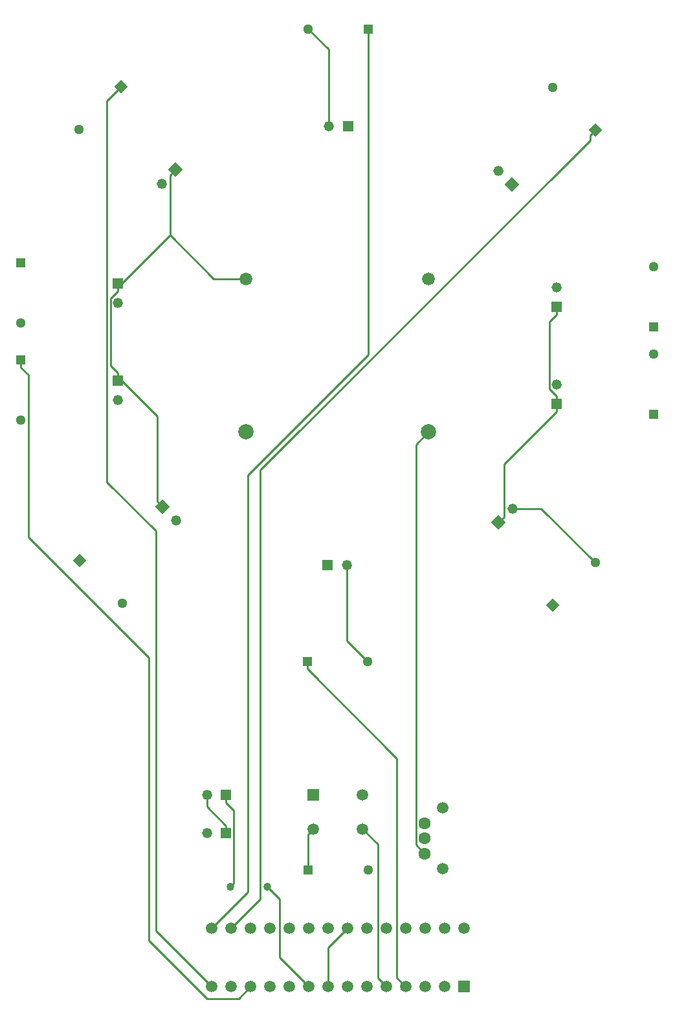
<source format=gbr>
%TF.GenerationSoftware,KiCad,Pcbnew,7.0.8*%
%TF.CreationDate,2023-11-22T10:02:54+01:00*%
%TF.ProjectId,ATMegaSpin,41544d65-6761-4537-9069-6e2e6b696361,2*%
%TF.SameCoordinates,Original*%
%TF.FileFunction,Copper,L1,Top*%
%TF.FilePolarity,Positive*%
%FSLAX46Y46*%
G04 Gerber Fmt 4.6, Leading zero omitted, Abs format (unit mm)*
G04 Created by KiCad (PCBNEW 7.0.8) date 2023-11-22 10:02:54*
%MOMM*%
%LPD*%
G01*
G04 APERTURE LIST*
G04 Aperture macros list*
%AMRotRect*
0 Rectangle, with rotation*
0 The origin of the aperture is its center*
0 $1 length*
0 $2 width*
0 $3 Rotation angle, in degrees counterclockwise*
0 Add horizontal line*
21,1,$1,$2,0,0,$3*%
G04 Aperture macros list end*
%TA.AperFunction,ComponentPad*%
%ADD10RotRect,1.295400X1.295400X225.000000*%
%TD*%
%TA.AperFunction,ComponentPad*%
%ADD11C,1.295400*%
%TD*%
%TA.AperFunction,ComponentPad*%
%ADD12R,1.295400X1.295400*%
%TD*%
%TA.AperFunction,ComponentPad*%
%ADD13RotRect,1.320800X1.320800X315.000000*%
%TD*%
%TA.AperFunction,ComponentPad*%
%ADD14C,1.320800*%
%TD*%
%TA.AperFunction,ComponentPad*%
%ADD15R,1.320800X1.320800*%
%TD*%
%TA.AperFunction,ComponentPad*%
%ADD16R,1.508000X1.508000*%
%TD*%
%TA.AperFunction,ComponentPad*%
%ADD17C,1.508000*%
%TD*%
%TA.AperFunction,ComponentPad*%
%ADD18RotRect,1.320800X1.320800X135.000000*%
%TD*%
%TA.AperFunction,ComponentPad*%
%ADD19RotRect,1.295400X1.295400X315.000000*%
%TD*%
%TA.AperFunction,ComponentPad*%
%ADD20RotRect,1.320800X1.320800X45.000000*%
%TD*%
%TA.AperFunction,ComponentPad*%
%ADD21RotRect,1.320800X1.320800X225.000000*%
%TD*%
%TA.AperFunction,ComponentPad*%
%ADD22C,1.600200*%
%TD*%
%TA.AperFunction,ComponentPad*%
%ADD23C,1.498600*%
%TD*%
%TA.AperFunction,ComponentPad*%
%ADD24RotRect,1.295400X1.295400X45.000000*%
%TD*%
%TA.AperFunction,ComponentPad*%
%ADD25RotRect,1.295400X1.295400X135.000000*%
%TD*%
%TA.AperFunction,ComponentPad*%
%ADD26C,1.676400*%
%TD*%
%TA.AperFunction,ComponentPad*%
%ADD27C,2.006600*%
%TD*%
%TA.AperFunction,ComponentPad*%
%ADD28C,1.030000*%
%TD*%
%TA.AperFunction,Conductor*%
%ADD29C,0.250000*%
%TD*%
G04 APERTURE END LIST*
D10*
%TO.P,R5,1*%
%TO.N,Net-(R5-Pad1)*%
X120832600Y-46936800D03*
D11*
%TO.P,R5,2*%
%TO.N,Net-(LED5-Pad2)*%
X115264841Y-52504559D03*
%TD*%
D12*
%TO.P,R11,1*%
%TO.N,Net-(R11-Pad1)*%
X145242000Y-149414900D03*
D11*
%TO.P,R11,2*%
%TO.N,GND*%
X153116000Y-149414900D03*
%TD*%
D13*
%TO.P,LED2,1*%
%TO.N,GND*%
X126248900Y-101862800D03*
D14*
%TO.P,LED2,2*%
%TO.N,Net-(LED2-Pad2)*%
X128044951Y-103658851D03*
%TD*%
D12*
%TO.P,R8,1*%
%TO.N,Net-(R8-Pad1)*%
X190529000Y-78385900D03*
D11*
%TO.P,R8,2*%
%TO.N,Net-(LED8-Pad2)*%
X190529000Y-70511900D03*
%TD*%
D15*
%TO.P,LED9,1*%
%TO.N,GND*%
X177829000Y-88418900D03*
D14*
%TO.P,LED9,2*%
%TO.N,Net-(LED9-Pad2)*%
X177829000Y-85878900D03*
%TD*%
D12*
%TO.P,R6,1*%
%TO.N,Net-(R6-Pad1)*%
X153159300Y-39396900D03*
D11*
%TO.P,R6,2*%
%TO.N,Net-(LED6-Pad2)*%
X145285300Y-39396900D03*
%TD*%
D16*
%TO.P,S1,1*%
%TO.N,Net-(S1-Pad1)*%
X145929000Y-139544900D03*
D17*
%TO.P,S1,2*%
%TO.N,unconnected-(S1-Pad2)*%
X152429000Y-139544900D03*
%TO.P,S1,3*%
%TO.N,Net-(R11-Pad1)*%
X145929000Y-144044900D03*
%TO.P,S1,4*%
%TO.N,Net-(S1-Pad4)*%
X152429000Y-144044900D03*
%TD*%
D12*
%TO.P,R9,1*%
%TO.N,Net-(R9-Pad1)*%
X190529000Y-89815900D03*
D11*
%TO.P,R9,2*%
%TO.N,Net-(LED9-Pad2)*%
X190529000Y-81941900D03*
%TD*%
D12*
%TO.P,R1,1*%
%TO.N,Net-(R1-Pad1)*%
X145170000Y-122100900D03*
D11*
%TO.P,R1,2*%
%TO.N,Net-(LED1-Pad2)*%
X153044000Y-122100900D03*
%TD*%
D18*
%TO.P,LED7,1*%
%TO.N,GND*%
X171987000Y-59716900D03*
D14*
%TO.P,LED7,2*%
%TO.N,Net-(LED7-Pad2)*%
X170190949Y-57920849D03*
%TD*%
D12*
%TO.P,R3,1*%
%TO.N,Net-(R3-Pad1)*%
X107725000Y-82703900D03*
D11*
%TO.P,R3,2*%
%TO.N,Net-(LED3-Pad2)*%
X107725000Y-90577900D03*
%TD*%
D19*
%TO.P,R2,1*%
%TO.N,Net-(R2-Pad1)*%
X115382800Y-108957300D03*
D11*
%TO.P,R2,2*%
%TO.N,Net-(LED2-Pad2)*%
X120950559Y-114525059D03*
%TD*%
D20*
%TO.P,LED10,1*%
%TO.N,GND*%
X170209000Y-103912900D03*
D14*
%TO.P,LED10,2*%
%TO.N,Net-(LED10-Pad2)*%
X172005051Y-102116849D03*
%TD*%
D15*
%TO.P,LED3,1*%
%TO.N,GND*%
X120425000Y-85370900D03*
D14*
%TO.P,LED3,2*%
%TO.N,Net-(LED3-Pad2)*%
X120425000Y-87910900D03*
%TD*%
D12*
%TO.P,R4,1*%
%TO.N,Net-(R4-Pad1)*%
X107725000Y-70003900D03*
D11*
%TO.P,R4,2*%
%TO.N,Net-(LED4-Pad2)*%
X107725000Y-77877900D03*
%TD*%
D21*
%TO.P,LED5,1*%
%TO.N,GND*%
X127927000Y-57802900D03*
D14*
%TO.P,LED5,2*%
%TO.N,Net-(LED5-Pad2)*%
X126130949Y-59598951D03*
%TD*%
D15*
%TO.P,LED1,1*%
%TO.N,GND*%
X147857000Y-109500900D03*
D14*
%TO.P,LED1,2*%
%TO.N,Net-(LED1-Pad2)*%
X150397000Y-109500900D03*
%TD*%
D15*
%TO.P,LED8,1*%
%TO.N,GND*%
X177829000Y-75718900D03*
D14*
%TO.P,LED8,2*%
%TO.N,Net-(LED8-Pad2)*%
X177829000Y-73178900D03*
%TD*%
D22*
%TO.P,SW1,1,1*%
%TO.N,Net-(B1-Pad2)*%
X160528000Y-147256001D03*
%TO.P,SW1,2,2*%
%TO.N,Net-(S1-Pad1)*%
X160528000Y-145256000D03*
%TO.P,SW1,3,3*%
%TO.N,GND*%
X160528000Y-143255999D03*
D23*
%TO.P,SW1,4*%
%TO.N,N/C*%
X162928000Y-149256000D03*
%TO.P,SW1,5*%
X162928000Y-141256000D03*
%TD*%
D24*
%TO.P,R10,1*%
%TO.N,Net-(R10-Pad1)*%
X177303400Y-114779000D03*
D11*
%TO.P,R10,2*%
%TO.N,Net-(LED10-Pad2)*%
X182871159Y-109211241D03*
%TD*%
D25*
%TO.P,R7,1*%
%TO.N,Net-(R7-Pad1)*%
X182853100Y-52622500D03*
D11*
%TO.P,R7,2*%
%TO.N,Net-(LED7-Pad2)*%
X177285341Y-47054741D03*
%TD*%
D15*
%TO.P,LED4,1*%
%TO.N,GND*%
X120425000Y-72670900D03*
D14*
%TO.P,LED4,2*%
%TO.N,Net-(LED4-Pad2)*%
X120425000Y-75210900D03*
%TD*%
D15*
%TO.P,LED6,1*%
%TO.N,GND*%
X150492300Y-52096900D03*
D14*
%TO.P,LED6,2*%
%TO.N,Net-(LED6-Pad2)*%
X147952300Y-52096900D03*
%TD*%
D26*
%TO.P,B1,1*%
%TO.N,Net-(B1-Pad1)*%
X161065000Y-72067900D03*
D27*
%TO.P,B1,2*%
%TO.N,Net-(B1-Pad2)*%
X161065000Y-92057700D03*
%TD*%
D28*
%TO.P,Y1,1*%
%TO.N,Net-(C2-Pad2)*%
X139967000Y-151598900D03*
%TO.P,Y1,2*%
%TO.N,Net-(C1-Pad1)*%
X135087000Y-151598900D03*
%TD*%
D16*
%TO.P,X1,1,1*%
%TO.N,unconnected-(X1-Pad1)*%
X165689000Y-164654900D03*
D17*
%TO.P,X1,2,2*%
%TO.N,unconnected-(X1-Pad2)*%
X163149000Y-164654900D03*
%TO.P,X1,3,3*%
%TO.N,unconnected-(X1-Pad3)*%
X160609000Y-164654900D03*
%TO.P,X1,4,4*%
%TO.N,Net-(R1-Pad1)*%
X158069000Y-164654900D03*
%TO.P,X1,5,5*%
%TO.N,Net-(S1-Pad4)*%
X155529000Y-164654900D03*
%TO.P,X1,6,6*%
%TO.N,Net-(R2-Pad1)*%
X152989000Y-164654900D03*
%TO.P,X1,7,7*%
%TO.N,Net-(S1-Pad1)*%
X150449000Y-164654900D03*
%TO.P,X1,8,8*%
%TO.N,GND*%
X147909000Y-164654900D03*
%TO.P,X1,9,9*%
%TO.N,Net-(C2-Pad2)*%
X145369000Y-164654900D03*
%TO.P,X1,10,10*%
%TO.N,Net-(C1-Pad1)*%
X142829000Y-164654900D03*
%TO.P,X1,11,11*%
%TO.N,unconnected-(X1-Pad11)*%
X140289000Y-164654900D03*
%TO.P,X1,12,12*%
%TO.N,Net-(R3-Pad1)*%
X137749000Y-164654900D03*
%TO.P,X1,13,13*%
%TO.N,Net-(R4-Pad1)*%
X135209000Y-164654900D03*
%TO.P,X1,14,14*%
%TO.N,Net-(R5-Pad1)*%
X132669000Y-164654900D03*
%TO.P,X1,15,15*%
%TO.N,Net-(R6-Pad1)*%
X132669000Y-157034900D03*
%TO.P,X1,16,16*%
%TO.N,Net-(R7-Pad1)*%
X135209000Y-157034900D03*
%TO.P,X1,17,17*%
%TO.N,Net-(R8-Pad1)*%
X137749000Y-157034900D03*
%TO.P,X1,18,18*%
%TO.N,Net-(R9-Pad1)*%
X140289000Y-157034900D03*
%TO.P,X1,19,19*%
%TO.N,Net-(R10-Pad1)*%
X142829000Y-157034900D03*
%TO.P,X1,20,20*%
%TO.N,unconnected-(X1-Pad20)*%
X145369000Y-157034900D03*
%TO.P,X1,21,21*%
%TO.N,unconnected-(X1-Pad21)*%
X147909000Y-157034900D03*
%TO.P,X1,22,22*%
%TO.N,GND*%
X150449000Y-157034900D03*
%TO.P,X1,23,23*%
%TO.N,unconnected-(X1-Pad23)*%
X152989000Y-157034900D03*
%TO.P,X1,24,24*%
%TO.N,unconnected-(X1-Pad24)*%
X155529000Y-157034900D03*
%TO.P,X1,25,25*%
%TO.N,unconnected-(X1-Pad25)*%
X158069000Y-157034900D03*
%TO.P,X1,26,26*%
%TO.N,unconnected-(X1-Pad26)*%
X160609000Y-157034900D03*
%TO.P,X1,27,27*%
%TO.N,unconnected-(X1-Pad27)*%
X163149000Y-157034900D03*
%TO.P,X1,28,28*%
%TO.N,unconnected-(X1-Pad28)*%
X165689000Y-157034900D03*
%TD*%
D15*
%TO.P,C1,1*%
%TO.N,Net-(C1-Pad1)*%
X134527000Y-139598900D03*
D14*
%TO.P,C1,2*%
%TO.N,GND*%
X132027000Y-139598900D03*
%TD*%
D15*
%TO.P,C2,1*%
%TO.N,GND*%
X134527000Y-144598900D03*
D14*
%TO.P,C2,2*%
%TO.N,Net-(C2-Pad2)*%
X132027000Y-144598900D03*
%TD*%
D26*
%TO.P,B2,1*%
%TO.N,GND*%
X137189000Y-72067900D03*
D27*
%TO.P,B2,2*%
%TO.N,Net-(B1-Pad1)*%
X137189000Y-92057700D03*
%TD*%
D29*
%TO.N,Net-(C2-Pad2)*%
X141559000Y-153190900D02*
X139967000Y-151598900D01*
X141559000Y-160844900D02*
X141559000Y-153190900D01*
X145369000Y-164654900D02*
X141559000Y-160844900D01*
%TO.N,Net-(C1-Pad1)*%
X135514300Y-151171600D02*
X135087000Y-151598900D01*
X135514300Y-141573500D02*
X135514300Y-151171600D01*
X134527000Y-140586200D02*
X135514300Y-141573500D01*
X134527000Y-139598900D02*
X134527000Y-140586200D01*
%TO.N,Net-(B1-Pad2)*%
X159384400Y-146112400D02*
X160528000Y-147256000D01*
X159384400Y-93738300D02*
X159384400Y-146112400D01*
X161065000Y-92057700D02*
X159384400Y-93738300D01*
%TO.N,Net-(S1-Pad4)*%
X154388400Y-146004300D02*
X152429000Y-144044900D01*
X154388400Y-163514300D02*
X154388400Y-146004300D01*
X155529000Y-164654900D02*
X154388400Y-163514300D01*
%TO.N,Net-(R11-Pad1)*%
X145242000Y-144731900D02*
X145242000Y-149414900D01*
X145929000Y-144044900D02*
X145242000Y-144731900D01*
%TO.N,Net-(R7-Pad1)*%
X182164000Y-53311700D02*
X182164000Y-53311600D01*
X182164000Y-53950700D02*
X182164000Y-53311700D01*
X139012400Y-97102300D02*
X182164000Y-53950700D01*
X139012400Y-153231500D02*
X139012400Y-97102300D01*
X135209000Y-157034900D02*
X139012400Y-153231500D01*
X182853100Y-52622500D02*
X182164000Y-53311600D01*
%TO.N,Net-(R6-Pad1)*%
X137404000Y-152299900D02*
X132669000Y-157034900D01*
X137404000Y-97753300D02*
X137404000Y-152299900D01*
X153159300Y-81998000D02*
X137404000Y-97753300D01*
X153159300Y-39396900D02*
X153159300Y-81998000D01*
%TO.N,Net-(R5-Pad1)*%
X118983500Y-48785900D02*
X120832600Y-46936800D01*
X118983500Y-98678300D02*
X118983500Y-48785900D01*
X125365400Y-105060200D02*
X118983500Y-98678300D01*
X125365400Y-157351300D02*
X125365400Y-105060200D01*
X132669000Y-164654900D02*
X125365400Y-157351300D01*
%TO.N,Net-(R3-Pad1)*%
X108699600Y-84653100D02*
X107725000Y-83678500D01*
X108699600Y-105891500D02*
X108699600Y-84653100D01*
X124461600Y-121653500D02*
X108699600Y-105891500D01*
X124461600Y-158650700D02*
X124461600Y-121653500D01*
X132032700Y-166221800D02*
X124461600Y-158650700D01*
X136182100Y-166221800D02*
X132032700Y-166221800D01*
X137749000Y-164654900D02*
X136182100Y-166221800D01*
X107725000Y-82703900D02*
X107725000Y-83678500D01*
%TO.N,Net-(R1-Pad1)*%
X156916100Y-134821600D02*
X145170000Y-123075500D01*
X156916100Y-163502000D02*
X156916100Y-134821600D01*
X158069000Y-164654900D02*
X156916100Y-163502000D01*
X145170000Y-122100900D02*
X145170000Y-123075500D01*
%TO.N,Net-(LED10-Pad2)*%
X175776800Y-102116800D02*
X182871200Y-109211200D01*
X172005100Y-102116800D02*
X175776800Y-102116800D01*
%TO.N,Net-(LED6-Pad2)*%
X147952300Y-42063900D02*
X145285300Y-39396900D01*
X147952300Y-52096900D02*
X147952300Y-42063900D01*
%TO.N,Net-(LED1-Pad2)*%
X150397000Y-119453900D02*
X153044000Y-122100900D01*
X150397000Y-109500900D02*
X150397000Y-119453900D01*
%TO.N,GND*%
X134527000Y-144598900D02*
X134527000Y-143611600D01*
X147909000Y-159574900D02*
X150449000Y-157034900D01*
X147909000Y-164654900D02*
X147909000Y-159574900D01*
X119437700Y-83396300D02*
X120425000Y-84383600D01*
X119437700Y-74645500D02*
X119437700Y-83396300D01*
X120425000Y-73658200D02*
X119437700Y-74645500D01*
X132027000Y-141111600D02*
X132027000Y-139598900D01*
X134527000Y-143611600D02*
X132027000Y-141111600D01*
X120425000Y-85370900D02*
X120425000Y-84877200D01*
X120425000Y-84877200D02*
X120425000Y-84383600D01*
X125550800Y-90003000D02*
X125550800Y-101164700D01*
X120425000Y-84877200D02*
X125550800Y-90003000D01*
X126248900Y-101862800D02*
X125550800Y-101164700D01*
X170907100Y-96328100D02*
X177829000Y-89406200D01*
X170907100Y-103214800D02*
X170907100Y-96328100D01*
X170209000Y-103912900D02*
X170907100Y-103214800D01*
X177829000Y-88418900D02*
X177829000Y-89406200D01*
X176841700Y-86444300D02*
X177829000Y-87431600D01*
X176841700Y-77693500D02*
X176841700Y-86444300D01*
X177829000Y-76706200D02*
X176841700Y-77693500D01*
X177829000Y-75718900D02*
X177829000Y-76706200D01*
X177829000Y-88418900D02*
X177829000Y-87431600D01*
X120425000Y-72670900D02*
X120425000Y-73164500D01*
X120425000Y-73164500D02*
X120425000Y-73658200D01*
X127927000Y-57802900D02*
X127228900Y-58501000D01*
X132936200Y-72067900D02*
X127228900Y-66360600D01*
X137189000Y-72067900D02*
X132936200Y-72067900D01*
X120425000Y-73164500D02*
X127228900Y-66360600D01*
X127228900Y-66360600D02*
X127228900Y-58501000D01*
%TD*%
M02*

</source>
